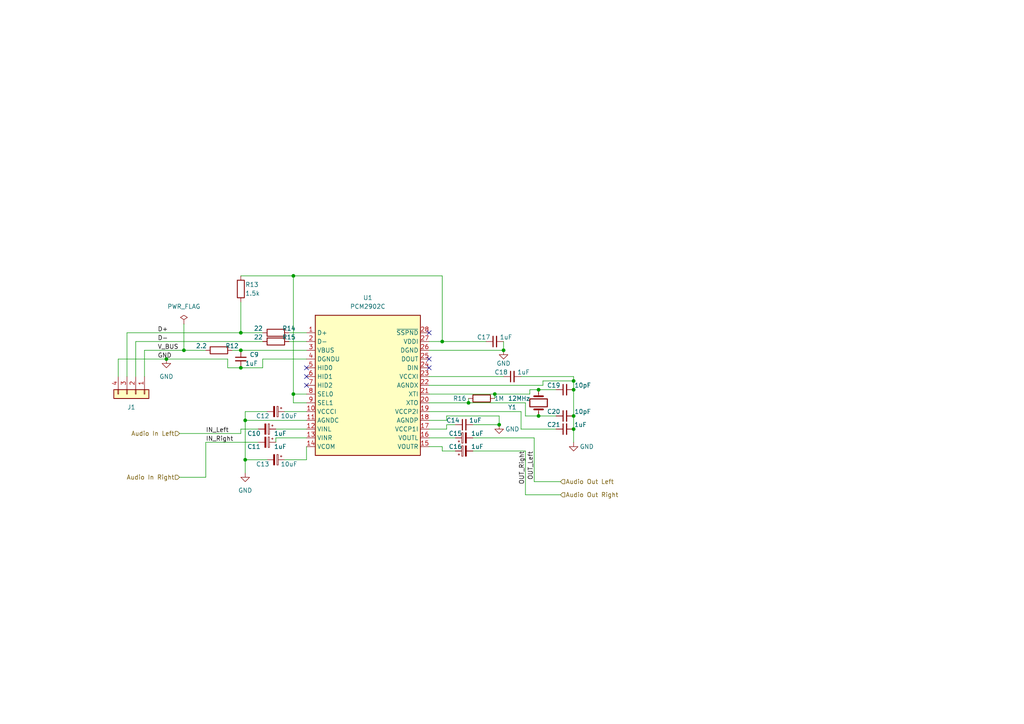
<source format=kicad_sch>
(kicad_sch (version 20211123) (generator eeschema)
  (paper "A4")
  (lib_symbols
    (symbol "Audio:PCM2902"
      (property "Reference" "U?" (at 2.0194 25.4 0))
      (property "Value" "PCM2902" (at 2.0194 22.86 0))
      (symbol "PCM2902_0_1"
        (rectangle (start -15.24 20.32) (end 15.24 -20.32) (stroke (width 0.254)) (fill (type background)))
      )
      (symbol "PCM2902_1_1"
        (pin bidirectional line (at -17.78 15.24 0) (length 2.54) (name "D+") (number "1"))
        (pin passive line (at -17.78 -7.62 0) (length 2.54) (name "VCCCI") (number "10"))
        (pin power_in line (at -17.78 -10.16 0) (length 2.54) (name "AGNDC") (number "11"))
        (pin input line (at -17.78 -12.7 0) (length 2.54) (name "VINL") (number "12"))
        (pin input line (at -17.78 -15.24 0) (length 2.54) (name "VINR") (number "13"))
        (pin passive line (at -17.78 -17.78 0) (length 2.54) (name "VCOM") (number "14"))
        (pin output line (at 17.78 -17.78 180) (length 2.54) (name "VOUTR") (number "15"))
        (pin output line (at 17.78 -15.24 180) (length 2.54) (name "VOUTL") (number "16"))
        (pin passive line (at 17.78 -12.7 180) (length 2.54) (name "VCCP1I") (number "17"))
        (pin power_in line (at 17.78 -10.16 180) (length 2.54) (name "AGNDP") (number "18"))
        (pin passive line (at 17.78 -7.62 180) (length 2.54) (name "VCCP2I") (number "19"))
        (pin bidirectional line (at -17.78 12.7 0) (length 2.54) (name "D-") (number "2"))
        (pin output line (at 17.78 -5.08 180) (length 2.54) (name "XTO") (number "20"))
        (pin input line (at 17.78 -2.54 180) (length 2.54) (name "XTI") (number "21"))
        (pin power_in line (at 17.78 0 180) (length 2.54) (name "AGNDX") (number "22"))
        (pin passive line (at 17.78 2.54 180) (length 2.54) (name "VCCXI") (number "23"))
        (pin input line (at 17.78 5.08 180) (length 2.54) (name "DIN") (number "24"))
        (pin output line (at 17.78 7.62 180) (length 2.54) (name "DOUT") (number "25"))
        (pin power_in line (at 17.78 10.16 180) (length 2.54) (name "DGND") (number "26"))
        (pin power_out line (at 17.78 12.7 180) (length 2.54) (name "VDDI") (number "27"))
        (pin output line (at 17.78 15.24 180) (length 2.54) (name "~{SSPND}") (number "28"))
        (pin power_in line (at -17.78 10.16 0) (length 2.54) (name "VBUS") (number "3"))
        (pin power_in line (at -17.78 7.62 0) (length 2.54) (name "DGNDU") (number "4"))
        (pin input line (at -17.78 5.08 0) (length 2.54) (name "HID0") (number "5"))
        (pin input line (at -17.78 2.54 0) (length 2.54) (name "HID1") (number "6"))
        (pin input line (at -17.78 0 0) (length 2.54) (name "HID2") (number "7"))
        (pin input line (at -17.78 -2.54 0) (length 2.54) (name "SEL0") (number "8"))
        (pin input line (at -17.78 -5.08 0) (length 2.54) (name "SEL1") (number "9"))
      )
    )
    (symbol "Connector_Generic:Conn_01x04" (pin_names (offset 1.016) hide)
      (property "Reference" "J" (at 0 5.08 0))
      (property "Value" "Conn_01x04" (at 0 -7.62 0))
      (symbol "Conn_01x04_1_1"
        (rectangle (start -1.27 -4.953) (end 0 -5.207) (stroke (width 0.1524)))
        (rectangle (start -1.27 -2.413) (end 0 -2.667) (stroke (width 0.1524)))
        (rectangle (start -1.27 0.127) (end 0 -0.127) (stroke (width 0.1524)))
        (rectangle (start -1.27 2.667) (end 0 2.413) (stroke (width 0.1524)))
        (rectangle (start -1.27 3.81) (end 1.27 -6.35) (stroke (width 0.254)) (fill (type background)))
        (pin passive line (at -5.08 2.54 0) (length 3.81) (name "Pin_1") (number "1"))
        (pin passive line (at -5.08 0 0) (length 3.81) (name "Pin_2") (number "2"))
        (pin passive line (at -5.08 -2.54 0) (length 3.81) (name "Pin_3") (number "3"))
        (pin passive line (at -5.08 -5.08 0) (length 3.81) (name "Pin_4") (number "4"))
      )
    )
    (symbol "Device:C_Polarized_Small" (pin_numbers hide) (pin_names (offset 0.254) hide)
      (property "Reference" "C" (at 0.254 1.778 0))
      (property "Value" "C_Polarized_Small" (at 0.254 -2.032 0))
      (symbol "C_Polarized_Small_0_1"
        (rectangle (start -1.524 -0.3048) (end 1.524 -0.6858) (fill (type outline)))
        (rectangle (start -1.524 0.6858) (end 1.524 0.3048))
        (polyline (pts (xy -1.27 1.524) (xy -0.762 1.524)))
        (polyline (pts (xy -1.016 1.27) (xy -1.016 1.778)))
      )
      (symbol "C_Polarized_Small_1_1"
        (pin passive line (at 0 2.54 270) (length 1.8542) (name "~") (number "1"))
        (pin passive line (at 0 -2.54 90) (length 1.8542) (name "~") (number "2"))
      )
    )
    (symbol "Device:C_Small" (pin_numbers hide) (pin_names (offset 0.254) hide)
      (property "Reference" "C" (at 0.254 1.778 0))
      (property "Value" "C_Small" (at 0.254 -2.032 0))
      (symbol "C_Small_0_1"
        (polyline (pts (xy -1.524 -0.508) (xy 1.524 -0.508)) (stroke (width 0.3302)))
        (polyline (pts (xy -1.524 0.508) (xy 1.524 0.508)) (stroke (width 0.3048)))
      )
      (symbol "C_Small_1_1"
        (pin passive line (at 0 2.54 270) (length 2.032) (name "~") (number "1"))
        (pin passive line (at 0 -2.54 90) (length 2.032) (name "~") (number "2"))
      )
    )
    (symbol "Device:Crystal" (pin_numbers hide) (pin_names (offset 1.016) hide)
      (property "Reference" "Y" (at 0 3.81 0))
      (property "Value" "Crystal" (at 0 -3.81 0))
      (symbol "Crystal_0_1"
        (rectangle (start -1.143 2.54) (end 1.143 -2.54) (stroke (width 0.3048)))
        (polyline (pts (xy -2.54 0) (xy -1.905 0)))
        (polyline (pts (xy -1.905 -1.27) (xy -1.905 1.27)) (stroke (width 0.508)))
        (polyline (pts (xy 1.905 -1.27) (xy 1.905 1.27)) (stroke (width 0.508)))
        (polyline (pts (xy 2.54 0) (xy 1.905 0)))
      )
      (symbol "Crystal_1_1"
        (pin passive line (at -3.81 0 0) (length 1.27) (name "1") (number "1"))
        (pin passive line (at 3.81 0 180) (length 1.27) (name "2") (number "2"))
      )
    )
    (symbol "Device:R" (pin_numbers hide) (pin_names (offset 0))
      (property "Reference" "R" (at 2.032 0 90))
      (property "Value" "R" (at 0 0 90))
      (symbol "R_0_1"
        (rectangle (start -1.016 -2.54) (end 1.016 2.54) (stroke (width 0.254)))
      )
      (symbol "R_1_1"
        (pin passive line (at 0 3.81 270) (length 1.27) (name "~") (number "1"))
        (pin passive line (at 0 -3.81 90) (length 1.27) (name "~") (number "2"))
      )
    )
    (symbol "power:GND" (power) (pin_names (offset 0))
      (property "Value" "GND" (at 0 -3.81 0))
      (symbol "GND_0_1"
        (polyline (pts (xy 0 0) (xy 0 -1.27) (xy 1.27 -1.27) (xy 0 -2.54) (xy -1.27 -1.27) (xy 0 -1.27)))
      )
      (symbol "GND_1_1"
        (pin power_in line (at 0 0 270) (length 0) hide (name "GND") (number "1"))
      )
    )
    (symbol "power:PWR_FLAG" (power) (pin_numbers hide) (pin_names (offset 0) hide)
      (property "Value" "PWR_FLAG" (at 0 3.81 0))
      (symbol "PWR_FLAG_0_0"
        (pin power_out line (at 0 0 90) (length 0) (name "pwr") (number "1"))
      )
      (symbol "PWR_FLAG_0_1"
        (polyline (pts (xy 0 0) (xy 0 1.27) (xy -1.016 1.905) (xy 0 2.54) (xy 1.016 1.905) (xy 0 1.27)))
      )
    )
  )
  (junction (at 69.85 101.6))
  (junction (at 146.05 101.6))
  (junction (at 71.12 121.92))
  (junction (at 143.51 114.3))
  (junction (at 144.78 123.19))
  (junction (at 135.89 116.84))
  (junction (at 166.37 110.49))
  (junction (at 69.85 96.52))
  (junction (at 85.09 80.01))
  (junction (at 85.09 114.3))
  (junction (at 53.34 101.6))
  (junction (at 166.37 124.46))
  (junction (at 166.37 120.65))
  (junction (at 156.21 120.65))
  (junction (at 48.26 104.14))
  (junction (at 69.85 106.68))
  (junction (at 156.21 113.03))
  (junction (at 166.37 113.03))
  (junction (at 128.27 99.06))
  (junction (at 71.12 133.35))
  (no_connect (at 124.46 96.52))
  (no_connect (at 88.9 109.22))
  (no_connect (at 88.9 106.68))
  (no_connect (at 124.46 106.68))
  (no_connect (at 88.9 111.76))
  (no_connect (at 124.46 104.14))
  (wire (pts (xy 129.54 124.46) (xy 129.54 123.19)))
  (wire (pts (xy 66.04 106.68) (xy 69.85 106.68)))
  (wire (pts (xy 36.83 96.52) (xy 69.85 96.52)))
  (wire (pts (xy 124.46 111.76) (xy 157.48 111.76)))
  (wire (pts (xy 124.46 129.54) (xy 128.27 129.54)))
  (wire (pts (xy 76.2 104.14) (xy 88.9 104.14)))
  (wire (pts (xy 151.13 124.46) (xy 161.29 124.46)))
  (wire (pts (xy 34.29 109.22) (xy 34.29 104.14)))
  (wire (pts (xy 80.01 127) (xy 88.9 127)))
  (wire (pts (xy 152.4 130.81) (xy 152.4 143.51)))
  (wire (pts (xy 53.34 93.98) (xy 53.34 101.6)))
  (wire (pts (xy 128.27 129.54) (xy 128.27 130.81)))
  (wire (pts (xy 124.46 124.46) (xy 129.54 124.46)))
  (wire (pts (xy 85.09 80.01) (xy 128.27 80.01)))
  (wire (pts (xy 129.54 121.92) (xy 129.54 120.65)))
  (wire (pts (xy 80.01 128.27) (xy 80.01 127)))
  (wire (pts (xy 66.04 104.14) (xy 66.04 106.68)))
  (wire (pts (xy 71.12 121.92) (xy 88.9 121.92)))
  (wire (pts (xy 69.85 80.01) (xy 85.09 80.01)))
  (wire (pts (xy 39.37 109.22) (xy 39.37 99.06)))
  (wire (pts (xy 85.09 114.3) (xy 88.9 114.3)))
  (wire (pts (xy 124.46 121.92) (xy 129.54 121.92)))
  (wire (pts (xy 85.09 114.3) (xy 85.09 116.84)))
  (wire (pts (xy 88.9 129.54) (xy 88.9 133.35)))
  (wire (pts (xy 166.37 109.22) (xy 166.37 110.49)))
  (wire (pts (xy 88.9 116.84) (xy 85.09 116.84)))
  (wire (pts (xy 71.12 121.92) (xy 71.12 133.35)))
  (wire (pts (xy 59.69 138.43) (xy 59.69 128.27)))
  (wire (pts (xy 157.48 111.76) (xy 157.48 110.49)))
  (wire (pts (xy 128.27 80.01) (xy 128.27 99.06)))
  (wire (pts (xy 166.37 113.03) (xy 166.37 120.65)))
  (wire (pts (xy 143.51 114.3) (xy 153.67 114.3)))
  (wire (pts (xy 124.46 109.22) (xy 146.05 109.22)))
  (wire (pts (xy 166.37 110.49) (xy 166.37 113.03)))
  (wire (pts (xy 124.46 127) (xy 132.08 127)))
  (wire (pts (xy 135.89 115.57) (xy 135.89 116.84)))
  (wire (pts (xy 52.07 138.43) (xy 59.69 138.43)))
  (wire (pts (xy 41.91 109.22) (xy 41.91 101.6)))
  (wire (pts (xy 143.51 114.3) (xy 143.51 115.57)))
  (wire (pts (xy 154.94 139.7) (xy 162.56 139.7)))
  (wire (pts (xy 124.46 101.6) (xy 146.05 101.6)))
  (wire (pts (xy 36.83 109.22) (xy 36.83 96.52)))
  (wire (pts (xy 77.47 119.38) (xy 71.12 119.38)))
  (wire (pts (xy 153.67 114.3) (xy 153.67 113.03)))
  (wire (pts (xy 157.48 110.49) (xy 166.37 110.49)))
  (wire (pts (xy 69.85 96.52) (xy 76.2 96.52)))
  (wire (pts (xy 156.21 120.65) (xy 161.29 120.65)))
  (wire (pts (xy 69.85 124.46) (xy 69.85 125.73)))
  (wire (pts (xy 83.82 99.06) (xy 88.9 99.06)))
  (wire (pts (xy 137.16 130.81) (xy 152.4 130.81)))
  (wire (pts (xy 69.85 87.63) (xy 69.85 96.52)))
  (wire (pts (xy 52.07 125.73) (xy 69.85 125.73)))
  (wire (pts (xy 128.27 130.81) (xy 132.08 130.81)))
  (wire (pts (xy 166.37 120.65) (xy 166.37 124.46)))
  (wire (pts (xy 67.31 101.6) (xy 69.85 101.6)))
  (wire (pts (xy 152.4 120.65) (xy 156.21 120.65)))
  (wire (pts (xy 144.78 120.65) (xy 144.78 123.19)))
  (wire (pts (xy 76.2 106.68) (xy 76.2 104.14)))
  (wire (pts (xy 83.82 96.52) (xy 88.9 96.52)))
  (wire (pts (xy 69.85 106.68) (xy 76.2 106.68)))
  (wire (pts (xy 146.05 99.06) (xy 146.05 101.6)))
  (wire (pts (xy 85.09 80.01) (xy 85.09 114.3)))
  (wire (pts (xy 129.54 120.65) (xy 144.78 120.65)))
  (wire (pts (xy 71.12 133.35) (xy 77.47 133.35)))
  (wire (pts (xy 128.27 99.06) (xy 140.97 99.06)))
  (wire (pts (xy 59.69 128.27) (xy 74.93 128.27)))
  (wire (pts (xy 135.89 116.84) (xy 152.4 116.84)))
  (wire (pts (xy 153.67 113.03) (xy 156.21 113.03)))
  (wire (pts (xy 166.37 124.46) (xy 166.37 128.27)))
  (wire (pts (xy 154.94 127) (xy 154.94 139.7)))
  (wire (pts (xy 39.37 99.06) (xy 76.2 99.06)))
  (wire (pts (xy 53.34 101.6) (xy 59.69 101.6)))
  (wire (pts (xy 124.46 99.06) (xy 128.27 99.06)))
  (wire (pts (xy 156.21 113.03) (xy 161.29 113.03)))
  (wire (pts (xy 137.16 123.19) (xy 144.78 123.19)))
  (wire (pts (xy 124.46 116.84) (xy 135.89 116.84)))
  (wire (pts (xy 129.54 123.19) (xy 132.08 123.19)))
  (wire (pts (xy 34.29 104.14) (xy 48.26 104.14)))
  (wire (pts (xy 152.4 116.84) (xy 152.4 120.65)))
  (wire (pts (xy 48.26 104.14) (xy 66.04 104.14)))
  (wire (pts (xy 88.9 133.35) (xy 82.55 133.35)))
  (wire (pts (xy 151.13 109.22) (xy 166.37 109.22)))
  (wire (pts (xy 80.01 124.46) (xy 88.9 124.46)))
  (wire (pts (xy 69.85 101.6) (xy 88.9 101.6)))
  (wire (pts (xy 74.93 124.46) (xy 69.85 124.46)))
  (wire (pts (xy 82.55 119.38) (xy 88.9 119.38)))
  (wire (pts (xy 124.46 119.38) (xy 151.13 119.38)))
  (wire (pts (xy 41.91 101.6) (xy 53.34 101.6)))
  (wire (pts (xy 71.12 119.38) (xy 71.12 121.92)))
  (wire (pts (xy 151.13 119.38) (xy 151.13 124.46)))
  (wire (pts (xy 124.46 114.3) (xy 143.51 114.3)))
  (wire (pts (xy 137.16 127) (xy 154.94 127)))
  (wire (pts (xy 71.12 133.35) (xy 71.12 137.16)))
  (wire (pts (xy 152.4 143.51) (xy 162.56 143.51)))
  (label "IN_Right" (at 59.69 128.27 0))
  (label "OUT_Left" (at 154.94 130.81 270))
  (label "D+" (at 45.72 96.52 0))
  (label "V_BUS" (at 45.72 101.6 0))
  (label "OUT_Right" (at 152.4 130.81 270))
  (label "IN_Left" (at 59.69 125.73 0))
  (label "D-" (at 45.72 99.06 0))
  (label "GND" (at 45.72 104.14 0))
  (hierarchical_label "Audio Out Left" (shape input) (at 162.56 139.7 0))
  (hierarchical_label "Audio Out Right" (shape input) (at 162.56 143.51 0))
  (hierarchical_label "Audio In Left" (shape input) (at 52.07 125.73 180))
  (hierarchical_label "Audio In Right" (shape input) (at 52.07 138.43 180))
  (symbol (lib_id "power:GND") (at 146.05 101.6 0) (unit 1)
    (property "Reference" "#PWR025" (effects hide))
    (property "Value" "GND" (at 146.05 105.41 0))
  )
  (symbol (lib_id "Device:R") (at 80.01 96.52 90) (unit 1)
    (property "Reference" "R14" (at 83.82 95.25 90))
    (property "Value" "22" (at 74.93 95.25 90))
    (property "Footprint" "Capacitor_SMD:C_0603_1608Metric_Pad1.08x0.95mm_HandSolder" (effects hide))
    (property "Digikey" "https://www.digikey.com/short/v7c8qpnf" (effects hide))
  )
  (symbol (lib_id "Device:C_Small") (at 69.85 104.14 0) (unit 1)
    (property "Reference" "C9" (at 72.39 102.87 0) (effects (justify left)))
    (property "Value" "1uF" (at 71.12 105.41 0) (effects (justify left)))
    (property "Footprint" "Capacitor_SMD:C_0805_2012Metric_Pad1.18x1.45mm_HandSolder" (effects hide))
    (property "Digikey" "https://www.digikey.com/short/rn5mbmcm" (effects hide))
  )
  (symbol (lib_id "power:GND") (at 144.78 123.19 0) (unit 1)
    (property "Reference" "#PWR024" (effects hide))
    (property "Value" "GND" (at 148.59 124.46 0))
  )
  (symbol (lib_id "Device:C_Polarized_Small") (at 80.01 119.38 270) (unit 1)
    (property "Reference" "C12" (at 76.2 120.65 90))
    (property "Value" "10uF" (at 83.82 120.65 90))
    (property "Footprint" "Capacitor_SMD:C_1210_3225Metric_Pad1.33x2.70mm_HandSolder" (effects hide))
    (property "Digikey" "https://www.digikey.com/short/nm2875wp" (effects hide))
  )
  (symbol (lib_id "Device:R") (at 63.5 101.6 90) (unit 1)
    (property "Reference" "R12" (at 67.31 100.33 90))
    (property "Value" "2.2" (at 58.42 100.33 90))
    (property "Footprint" "Capacitor_SMD:C_0603_1608Metric_Pad1.08x0.95mm_HandSolder" (effects hide))
    (property "Digikey" "https://www.digikey.com/short/4p2jz24h" (effects hide))
  )
  (symbol (lib_id "Device:C_Small") (at 163.83 113.03 90) (unit 1)
    (property "Reference" "C19" (at 162.56 111.76 90) (effects (justify left)))
    (property "Value" "10pF" (at 171.45 111.76 90) (effects (justify left)))
    (property "Footprint" "Capacitor_SMD:C_0603_1608Metric_Pad1.08x0.95mm_HandSolder" (effects hide))
    (property "Digikey" "https://www.digikey.com/short/dbpbjvrm" (effects hide))
  )
  (symbol (lib_id "Device:R") (at 69.85 83.82 0) (unit 1)
    (property "Reference" "R13" (at 71.12 82.55 0) (effects (justify left)))
    (property "Value" "1.5k" (at 71.12 85.09 0) (effects (justify left)))
    (property "Footprint" "Capacitor_SMD:C_0603_1608Metric_Pad1.08x0.95mm_HandSolder" (effects hide))
    (property "Digikey" "https://www.digikey.com/short/q2j089rj" (effects hide))
  )
  (symbol (lib_id "power:GND") (at 48.26 104.14 0) (unit 1)
    (property "Reference" "#PWR022" (effects hide))
    (property "Value" "GND" (at 48.26 109.22 0))
  )
  (symbol (lib_id "Connector_Generic:Conn_01x04") (at 39.37 114.3 270) (unit 1)
    (property "Reference" "J1" (at 38.1 118.11 90))
    (property "Value" "USB" (effects hide))
    (property "Footprint" "Connector_PinHeader_2.54mm:PinHeader_1x04_P2.54mm_Vertical" (effects hide))
    (property "Digikey" "N/A" (effects hide))
  )
  (symbol (lib_id "Device:C_Polarized_Small") (at 134.62 127 90) (unit 1)
    (property "Reference" "C15" (at 132.08 125.73 90))
    (property "Value" "1uF" (at 138.43 125.73 90))
    (property "Footprint" "Capacitor_SMD:C_0805_2012Metric_Pad1.18x1.45mm_HandSolder" (effects hide))
    (property "Digikey" "https://www.digikey.com/short/rn5mbmcm" (effects hide))
  )
  (symbol (lib_id "Device:C_Small") (at 163.83 124.46 90) (unit 1)
    (property "Reference" "C21" (at 162.56 123.19 90) (effects (justify left)))
    (property "Value" "1uF" (at 170.18 123.19 90) (effects (justify left)))
    (property "Footprint" "Capacitor_SMD:C_0805_2012Metric_Pad1.18x1.45mm_HandSolder" (effects hide))
    (property "Digikey" "https://www.digikey.com/short/rn5mbmcm" (effects hide))
  )
  (symbol (lib_id "Audio:PCM2902") (at 106.68 111.76 0) (unit 1)
    (property "Reference" "U1" (at 106.68 86.36 0))
    (property "Value" "PCM2902C" (at 106.68 88.9 0))
    (property "Footprint" "Package_SO:SSOP-28_5.3x10.2mm_P0.65mm" (effects hide))
    (property "Datasheet" "http://www.ti.com/lit/ds/symlink/pcm2902c.pdf" (effects hide))
    (property "Digikey" "TI" (effects hide))
  )
  (symbol (lib_id "Device:R") (at 139.7 115.57 90) (unit 1)
    (property "Reference" "R16" (at 133.35 115.57 90))
    (property "Value" "1M" (at 144.78 115.57 90))
    (property "Footprint" "Capacitor_SMD:C_0603_1608Metric_Pad1.08x0.95mm_HandSolder" (effects hide))
    (property "Digikey" "https://www.digikey.com/short/f7pn93f7" (effects hide))
  )
  (symbol (lib_id "Device:C_Small") (at 148.59 109.22 90) (unit 1)
    (property "Reference" "C18" (at 147.32 107.95 90) (effects (justify left)))
    (property "Value" "1uF" (at 153.67 107.95 90) (effects (justify left)))
    (property "Footprint" "Capacitor_SMD:C_0805_2012Metric_Pad1.18x1.45mm_HandSolder" (effects hide))
    (property "Digikey" "https://www.digikey.com/short/rn5mbmcm" (effects hide))
  )
  (symbol (lib_id "power:PWR_FLAG") (at 53.34 93.98 0) (unit 1)
    (property "Reference" "#FLG01" (effects hide))
    (property "Value" "PWR_FLAG" (at 53.34 88.9 0))
  )
  (symbol (lib_id "Device:Crystal") (at 156.21 116.84 90) (unit 1)
    (property "Reference" "Y1" (at 147.32 118.11 90) (effects (justify right)))
    (property "Value" "12MHz" (at 147.32 115.57 90) (effects (justify right)))
    (property "Footprint" "Crystal:Crystal_SMD_HC49-SD_HandSoldering" (effects hide))
    (property "Digikey" "https://www.digikey.com/short/4wrrm740" (effects hide))
  )
  (symbol (lib_id "power:GND") (at 71.12 137.16 0) (unit 1)
    (property "Reference" "#PWR023" (effects hide))
    (property "Value" "GND" (at 71.12 142.24 0))
  )
  (symbol (lib_id "Device:C_Small") (at 134.62 123.19 90) (unit 1)
    (property "Reference" "C14" (at 133.35 121.92 90) (effects (justify left)))
    (property "Value" "1uF" (at 139.7 121.92 90) (effects (justify left)))
    (property "Footprint" "Capacitor_SMD:C_0805_2012Metric_Pad1.18x1.45mm_HandSolder" (effects hide))
    (property "Digikey" "https://www.digikey.com/short/rn5mbmcm" (effects hide))
  )
  (symbol (lib_id "Device:C_Polarized_Small") (at 80.01 133.35 270) (unit 1)
    (property "Reference" "C13" (at 76.2 134.62 90))
    (property "Value" "10uF" (at 83.82 134.62 90))
    (property "Footprint" "Capacitor_SMD:C_1210_3225Metric_Pad1.33x2.70mm_HandSolder" (effects hide))
    (property "Digikey" "https://www.digikey.com/short/nm2875wp" (effects hide))
  )
  (symbol (lib_id "Device:C_Polarized_Small") (at 77.47 124.46 270) (unit 1)
    (property "Reference" "C10" (at 73.66 125.73 90))
    (property "Value" "1uF" (at 81.28 125.73 90))
    (property "Footprint" "Capacitor_SMD:C_0805_2012Metric_Pad1.18x1.45mm_HandSolder" (effects hide))
    (property "Digikey" "https://www.digikey.com/short/rn5mbmcm" (effects hide))
  )
  (symbol (lib_id "Device:R") (at 80.01 99.06 90) (unit 1)
    (property "Reference" "R15" (at 83.82 97.79 90))
    (property "Value" "22" (at 74.93 97.79 90))
    (property "Footprint" "Capacitor_SMD:C_0603_1608Metric_Pad1.08x0.95mm_HandSolder" (effects hide))
    (property "Digikey" "https://www.digikey.com/short/v7c8qpnf" (effects hide))
  )
  (symbol (lib_id "Device:C_Polarized_Small") (at 134.62 130.81 90) (unit 1)
    (property "Reference" "C16" (at 132.08 129.54 90))
    (property "Value" "1uF" (at 138.43 129.54 90))
    (property "Footprint" "Capacitor_SMD:C_0805_2012Metric_Pad1.18x1.45mm_HandSolder" (effects hide))
    (property "Digikey" "https://www.digikey.com/short/rn5mbmcm" (effects hide))
  )
  (symbol (lib_id "Device:C_Small") (at 143.51 99.06 90) (unit 1)
    (property "Reference" "C17" (at 142.24 97.79 90) (effects (justify left)))
    (property "Value" "1uF" (at 148.59 97.79 90) (effects (justify left)))
    (property "Footprint" "Capacitor_SMD:C_0805_2012Metric_Pad1.18x1.45mm_HandSolder" (effects hide))
    (property "Digikey" "https://www.digikey.com/short/rn5mbmcm" (effects hide))
  )
  (symbol (lib_id "power:GND") (at 166.37 128.27 0) (unit 1)
    (property "Reference" "#PWR026" (effects hide))
    (property "Value" "GND" (at 170.18 129.54 0))
  )
  (symbol (lib_id "Device:C_Polarized_Small") (at 77.47 128.27 270) (unit 1)
    (property "Reference" "C11" (at 73.66 129.54 90))
    (property "Value" "1uF" (at 81.28 129.54 90))
    (property "Footprint" "Capacitor_SMD:C_0805_2012Metric_Pad1.18x1.45mm_HandSolder" (effects hide))
    (property "Digikey" "https://www.digikey.com/short/rn5mbmcm" (effects hide))
  )
  (symbol (lib_id "Device:C_Small") (at 163.83 120.65 90) (unit 1)
    (property "Reference" "C20" (at 162.56 119.38 90) (effects (justify left)))
    (property "Value" "10pF" (at 171.45 119.38 90) (effects (justify left)))
    (property "Footprint" "Capacitor_SMD:C_0603_1608Metric_Pad1.08x0.95mm_HandSolder" (effects hide))
    (property "Digikey" "https://www.digikey.com/short/dbpbjvrm" (effects hide))
  )
)
</source>
